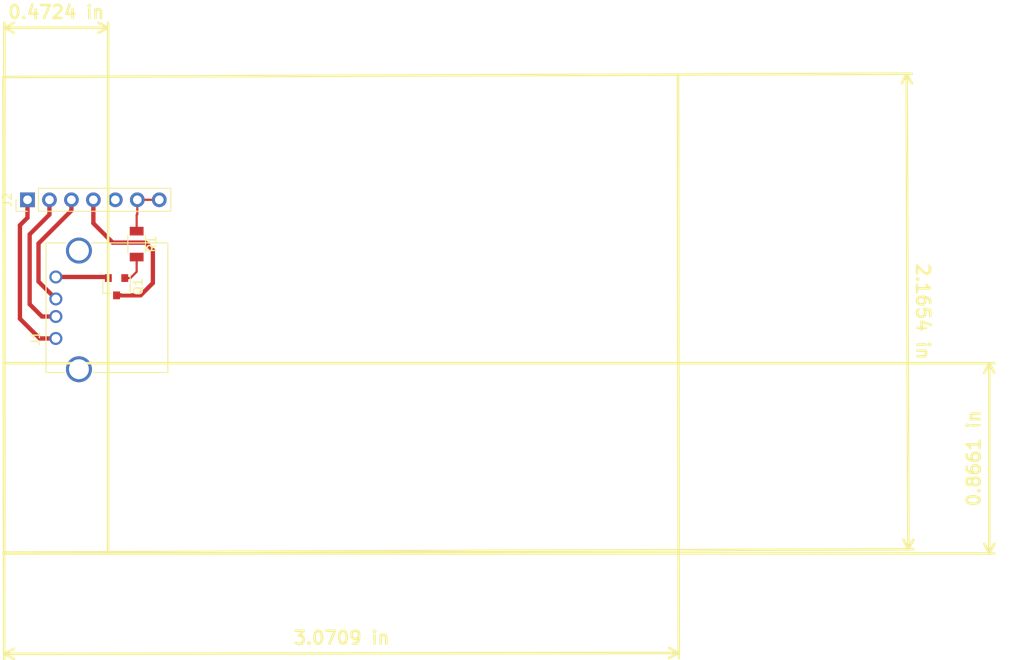
<source format=kicad_pcb>
(kicad_pcb (version 20170123) (host pcbnew "(2017-06-02 revision ac9a64a)-master")

  (general
    (links 10)
    (no_connects 4)
    (area 28.2875 39.2 150.37143 117.004119)
    (thickness 1.6)
    (drawings 4)
    (tracks 34)
    (zones 0)
    (modules 4)
    (nets 9)
  )

  (page A4)
  (layers
    (0 F.Cu signal)
    (31 B.Cu signal)
    (32 B.Adhes user)
    (33 F.Adhes user)
    (34 B.Paste user)
    (35 F.Paste user)
    (36 B.SilkS user)
    (37 F.SilkS user)
    (38 B.Mask user)
    (39 F.Mask user)
    (40 Dwgs.User user)
    (41 Cmts.User user)
    (42 Eco1.User user)
    (43 Eco2.User user)
    (44 Edge.Cuts user)
    (45 Margin user)
    (46 B.CrtYd user)
    (47 F.CrtYd user)
    (48 B.Fab user)
    (49 F.Fab user)
  )

  (setup
    (last_trace_width 0.25)
    (trace_clearance 0.2)
    (zone_clearance 0.508)
    (zone_45_only no)
    (trace_min 0.2)
    (segment_width 0.2)
    (edge_width 0.15)
    (via_size 0.8)
    (via_drill 0.4)
    (via_min_size 0.4)
    (via_min_drill 0.3)
    (uvia_size 0.3)
    (uvia_drill 0.1)
    (uvias_allowed no)
    (uvia_min_size 0.2)
    (uvia_min_drill 0.1)
    (pcb_text_width 0.3)
    (pcb_text_size 1.5 1.5)
    (mod_edge_width 0.15)
    (mod_text_size 1 1)
    (mod_text_width 0.15)
    (pad_size 1.524 1.524)
    (pad_drill 0.762)
    (pad_to_mask_clearance 0.2)
    (aux_axis_origin 0 0)
    (visible_elements FFFFFF7F)
    (pcbplotparams
      (layerselection 0x00030_ffffffff)
      (usegerberextensions false)
      (excludeedgelayer true)
      (linewidth 0.100000)
      (plotframeref false)
      (viasonmask false)
      (mode 1)
      (useauxorigin false)
      (hpglpennumber 1)
      (hpglpenspeed 20)
      (hpglpendiameter 15)
      (psnegative false)
      (psa4output false)
      (plotreference true)
      (plotvalue true)
      (plotinvisibletext false)
      (padsonsilk false)
      (subtractmaskfromsilk false)
      (outputformat 1)
      (mirror false)
      (drillshape 1)
      (scaleselection 1)
      (outputdirectory ""))
  )

  (net 0 "")
  (net 1 GND)
  (net 2 "Net-(J1-Pad4)")
  (net 3 "Net-(J1-Pad3)")
  (net 4 "Net-(J1-Pad2)")
  (net 5 "Net-(J1-Pad1)")
  (net 6 "Net-(J2-Pad4)")
  (net 7 "Net-(Q1-Pad1)")
  (net 8 "Net-(J2-Pad6)")

  (net_class Default "Это класс цепей по умолчанию."
    (clearance 0.2)
    (trace_width 0.25)
    (via_dia 0.8)
    (via_drill 0.4)
    (uvia_dia 0.3)
    (uvia_drill 0.1)
    (add_net "Net-(J2-Pad6)")
    (add_net "Net-(Q1-Pad1)")
  )

  (net_class My ""
    (clearance 0.2)
    (trace_width 0.5)
    (via_dia 0.8)
    (via_drill 0.4)
    (uvia_dia 0.3)
    (uvia_drill 0.1)
    (diff_pair_gap 0.45)
    (diff_pair_width 0.4)
    (add_net GND)
    (add_net "Net-(J1-Pad1)")
    (add_net "Net-(J1-Pad2)")
    (add_net "Net-(J1-Pad3)")
    (add_net "Net-(J1-Pad4)")
    (add_net "Net-(J2-Pad4)")
  )

  (module Pin_Headers:Pin_Header_Straight_1x07_Pitch2.54mm (layer F.Cu) (tedit 59650532) (tstamp 5976028C)
    (at 31.575 61.8 90)
    (descr "Through hole straight pin header, 1x07, 2.54mm pitch, single row")
    (tags "Through hole pin header THT 1x07 2.54mm single row")
    (path /5974A9A4)
    (fp_text reference J2 (at 0 -2.33 90) (layer F.SilkS)
      (effects (font (size 1 1) (thickness 0.15)))
    )
    (fp_text value CONN_01X07 (at 0 17.57 90) (layer F.Fab)
      (effects (font (size 1 1) (thickness 0.15)))
    )
    (fp_text user %R (at 0 7.62 180) (layer F.Fab)
      (effects (font (size 1 1) (thickness 0.15)))
    )
    (fp_line (start 1.8 -1.8) (end -1.8 -1.8) (layer F.CrtYd) (width 0.05))
    (fp_line (start 1.8 17.05) (end 1.8 -1.8) (layer F.CrtYd) (width 0.05))
    (fp_line (start -1.8 17.05) (end 1.8 17.05) (layer F.CrtYd) (width 0.05))
    (fp_line (start -1.8 -1.8) (end -1.8 17.05) (layer F.CrtYd) (width 0.05))
    (fp_line (start -1.33 -1.33) (end 0 -1.33) (layer F.SilkS) (width 0.12))
    (fp_line (start -1.33 0) (end -1.33 -1.33) (layer F.SilkS) (width 0.12))
    (fp_line (start -1.33 1.27) (end 1.33 1.27) (layer F.SilkS) (width 0.12))
    (fp_line (start 1.33 1.27) (end 1.33 16.57) (layer F.SilkS) (width 0.12))
    (fp_line (start -1.33 1.27) (end -1.33 16.57) (layer F.SilkS) (width 0.12))
    (fp_line (start -1.33 16.57) (end 1.33 16.57) (layer F.SilkS) (width 0.12))
    (fp_line (start -1.27 -0.635) (end -0.635 -1.27) (layer F.Fab) (width 0.1))
    (fp_line (start -1.27 16.51) (end -1.27 -0.635) (layer F.Fab) (width 0.1))
    (fp_line (start 1.27 16.51) (end -1.27 16.51) (layer F.Fab) (width 0.1))
    (fp_line (start 1.27 -1.27) (end 1.27 16.51) (layer F.Fab) (width 0.1))
    (fp_line (start -0.635 -1.27) (end 1.27 -1.27) (layer F.Fab) (width 0.1))
    (pad 7 thru_hole oval (at 0 15.24 90) (size 1.7 1.7) (drill 1) (layers *.Cu *.Mask)
      (net 8 "Net-(J2-Pad6)"))
    (pad 6 thru_hole oval (at 0 12.7 90) (size 1.7 1.7) (drill 1) (layers *.Cu *.Mask)
      (net 8 "Net-(J2-Pad6)"))
    (pad 5 thru_hole oval (at 0 10.16 90) (size 1.7 1.7) (drill 1) (layers *.Cu *.Mask)
      (net 1 GND))
    (pad 4 thru_hole oval (at 0 7.62 90) (size 1.7 1.7) (drill 1) (layers *.Cu *.Mask)
      (net 6 "Net-(J2-Pad4)"))
    (pad 3 thru_hole oval (at 0 5.08 90) (size 1.7 1.7) (drill 1) (layers *.Cu *.Mask)
      (net 3 "Net-(J1-Pad3)"))
    (pad 2 thru_hole oval (at 0 2.54 90) (size 1.7 1.7) (drill 1) (layers *.Cu *.Mask)
      (net 4 "Net-(J1-Pad2)"))
    (pad 1 thru_hole rect (at 0 0 90) (size 1.7 1.7) (drill 1) (layers *.Cu *.Mask)
      (net 5 "Net-(J1-Pad1)"))
    (model ${KISYS3DMOD}/Pin_Headers.3dshapes/Pin_Header_Straight_1x07_Pitch2.54mm.wrl
      (at (xyz 0 0 0))
      (scale (xyz 1 1 1))
      (rotate (xyz 0 0 0))
    )
  )

  (module Connectors:USB_A (layer F.Cu) (tedit 5543E289) (tstamp 59570F32)
    (at 34.855 77.835 90)
    (descr "USB A connector")
    (tags "USB USB_A")
    (path /5956A8B2)
    (fp_text reference J1 (at 0 -2.35 90) (layer F.SilkS)
      (effects (font (size 1 1) (thickness 0.15)))
    )
    (fp_text value USB_A (at -6.54 3.17 180) (layer F.Fab)
      (effects (font (size 1 1) (thickness 0.15)))
    )
    (fp_line (start -3.94 4.35) (end -3.94 12.95) (layer F.SilkS) (width 0.12))
    (fp_line (start 11.05 4.15) (end 11.05 12.95) (layer F.SilkS) (width 0.12))
    (fp_line (start 11.05 12.95) (end -3.94 12.95) (layer F.SilkS) (width 0.12))
    (fp_line (start 11.05 -1.14) (end -3.94 -1.14) (layer F.SilkS) (width 0.12))
    (fp_line (start -3.94 -1.14) (end -3.94 0.98) (layer F.SilkS) (width 0.12))
    (fp_line (start 11.05 -1.14) (end 11.05 1.19) (layer F.SilkS) (width 0.12))
    (fp_line (start -5.3 -1.4) (end 11.95 -1.4) (layer F.CrtYd) (width 0.05))
    (fp_line (start -5.3 13.2) (end 11.95 13.2) (layer F.CrtYd) (width 0.05))
    (fp_line (start 11.95 -1.4) (end 11.95 13.2) (layer F.CrtYd) (width 0.05))
    (fp_line (start -5.3 13.2) (end -5.3 -1.4) (layer F.CrtYd) (width 0.05))
    (pad 5 thru_hole circle (at -3.56 2.67) (size 3 3) (drill 2.3) (layers *.Cu *.Mask)
      (net 1 GND))
    (pad 5 thru_hole circle (at 10.16 2.67) (size 3 3) (drill 2.3) (layers *.Cu *.Mask)
      (net 1 GND))
    (pad 1 thru_hole circle (at 0 0) (size 1.5 1.5) (drill 1) (layers *.Cu *.Mask)
      (net 5 "Net-(J1-Pad1)"))
    (pad 2 thru_hole circle (at 2.54 0) (size 1.5 1.5) (drill 1) (layers *.Cu *.Mask)
      (net 4 "Net-(J1-Pad2)"))
    (pad 3 thru_hole circle (at 4.57 0) (size 1.5 1.5) (drill 1) (layers *.Cu *.Mask)
      (net 3 "Net-(J1-Pad3)"))
    (pad 4 thru_hole circle (at 7.11 0) (size 1.5 1.5) (drill 1) (layers *.Cu *.Mask)
      (net 2 "Net-(J1-Pad4)"))
    (model Connectors.3dshapes/USB_A.wrl
      (at (xyz 0.14 0 0))
      (scale (xyz 1 1 1))
      (rotate (xyz 0 0 90))
    )
  )

  (module Capacitors_SMD:C_1206 (layer F.Cu) (tedit 58AA84B8) (tstamp 59759439)
    (at 44.2 66.925 270)
    (descr "Capacitor SMD 1206, reflow soldering, AVX (see smccp.pdf)")
    (tags "capacitor 1206")
    (path /59748F17)
    (attr smd)
    (fp_text reference R1 (at 0 -1.75 270) (layer F.SilkS)
      (effects (font (size 1 1) (thickness 0.15)))
    )
    (fp_text value R (at 0 2 270) (layer F.Fab)
      (effects (font (size 1 1) (thickness 0.15)))
    )
    (fp_line (start 2.25 1.05) (end -2.25 1.05) (layer F.CrtYd) (width 0.05))
    (fp_line (start 2.25 1.05) (end 2.25 -1.05) (layer F.CrtYd) (width 0.05))
    (fp_line (start -2.25 -1.05) (end -2.25 1.05) (layer F.CrtYd) (width 0.05))
    (fp_line (start -2.25 -1.05) (end 2.25 -1.05) (layer F.CrtYd) (width 0.05))
    (fp_line (start -1 1.02) (end 1 1.02) (layer F.SilkS) (width 0.12))
    (fp_line (start 1 -1.02) (end -1 -1.02) (layer F.SilkS) (width 0.12))
    (fp_line (start -1.6 -0.8) (end 1.6 -0.8) (layer F.Fab) (width 0.1))
    (fp_line (start 1.6 -0.8) (end 1.6 0.8) (layer F.Fab) (width 0.1))
    (fp_line (start 1.6 0.8) (end -1.6 0.8) (layer F.Fab) (width 0.1))
    (fp_line (start -1.6 0.8) (end -1.6 -0.8) (layer F.Fab) (width 0.1))
    (fp_text user %R (at 0 -1.75 270) (layer F.Fab)
      (effects (font (size 1 1) (thickness 0.15)))
    )
    (pad 2 smd rect (at 1.5 0 270) (size 1 1.6) (layers F.Cu F.Paste F.Mask)
      (net 7 "Net-(Q1-Pad1)"))
    (pad 1 smd rect (at -1.5 0 270) (size 1 1.6) (layers F.Cu F.Paste F.Mask)
      (net 8 "Net-(J2-Pad6)"))
    (model Capacitors_SMD.3dshapes/C_1206.wrl
      (at (xyz 0 0 0))
      (scale (xyz 1 1 1))
      (rotate (xyz 0 0 0))
    )
  )

  (module TO_SOT_Packages_SMD:SOT-23 (layer F.Cu) (tedit 5974A488) (tstamp 5975938E)
    (at 41.875 71.85 270)
    (descr "SOT-23, Standard")
    (tags SOT-23)
    (path /59748C8E)
    (attr smd)
    (fp_text reference Q1 (at 0 -2.5 270) (layer F.SilkS)
      (effects (font (size 1 1) (thickness 0.15)))
    )
    (fp_text value irlml6344 (at 3.275 -1) (layer F.Fab)
      (effects (font (size 1 1) (thickness 0.15)))
    )
    (fp_line (start 0.76 1.58) (end -0.7 1.58) (layer F.SilkS) (width 0.12))
    (fp_line (start 0.76 -1.58) (end -1.4 -1.58) (layer F.SilkS) (width 0.12))
    (fp_line (start -1.7 1.75) (end -1.7 -1.75) (layer F.CrtYd) (width 0.05))
    (fp_line (start 1.7 1.75) (end -1.7 1.75) (layer F.CrtYd) (width 0.05))
    (fp_line (start 1.7 -1.75) (end 1.7 1.75) (layer F.CrtYd) (width 0.05))
    (fp_line (start -1.7 -1.75) (end 1.7 -1.75) (layer F.CrtYd) (width 0.05))
    (fp_line (start 0.76 -1.58) (end 0.76 -0.65) (layer F.SilkS) (width 0.12))
    (fp_line (start 0.76 1.58) (end 0.76 0.65) (layer F.SilkS) (width 0.12))
    (fp_line (start -0.7 1.52) (end 0.7 1.52) (layer F.Fab) (width 0.1))
    (fp_line (start 0.7 -1.52) (end 0.7 1.52) (layer F.Fab) (width 0.1))
    (fp_line (start -0.7 -0.95) (end -0.15 -1.52) (layer F.Fab) (width 0.1))
    (fp_line (start -0.15 -1.52) (end 0.7 -1.52) (layer F.Fab) (width 0.1))
    (fp_line (start -0.7 -0.95) (end -0.7 1.5) (layer F.Fab) (width 0.1))
    (fp_text user %R (at 0 0) (layer F.Fab)
      (effects (font (size 0.5 0.5) (thickness 0.075)))
    )
    (pad 3 smd rect (at 1 0 270) (size 0.9 0.8) (layers F.Cu F.Paste F.Mask)
      (net 6 "Net-(J2-Pad4)"))
    (pad 2 smd rect (at -1 0.95 270) (size 0.9 0.8) (layers F.Cu F.Paste F.Mask)
      (net 2 "Net-(J1-Pad4)"))
    (pad 1 smd rect (at -1 -0.95 270) (size 0.9 0.8) (layers F.Cu F.Paste F.Mask)
      (net 7 "Net-(Q1-Pad1)"))
    (model ${KISYS3DMOD}/TO_SOT_Packages_SMD.3dshapes/SOT-23.wrl
      (at (xyz 0 0 0))
      (scale (xyz 1 1 1))
      (rotate (xyz 0 0 0))
    )
  )

  (dimension 22 (width 0.3) (layer F.SilkS)
    (gr_text "22,000 мм" (at 144.15 91.7 90) (layer F.SilkS) (tstamp 5976057D)
      (effects (font (size 1.5 1.5) (thickness 0.3)))
    )
    (feature1 (pts (xy 28.8 80.7) (xy 145.5 80.7)))
    (feature2 (pts (xy 28.8 102.7) (xy 145.5 102.7)))
    (crossbar (pts (xy 142.8 102.7) (xy 142.8 80.7)))
    (arrow1a (pts (xy 142.8 80.7) (xy 143.386421 81.826504)))
    (arrow1b (pts (xy 142.8 80.7) (xy 142.213579 81.826504)))
    (arrow2a (pts (xy 142.8 102.7) (xy 143.386421 101.573496)))
    (arrow2b (pts (xy 142.8 102.7) (xy 142.213579 101.573496)))
  )
  (dimension 12 (width 0.3) (layer F.SilkS)
    (gr_text "12,000 мм" (at 34.9 40.55) (layer F.SilkS) (tstamp 59760484)
      (effects (font (size 1.5 1.5) (thickness 0.3)))
    )
    (feature1 (pts (xy 40.9 102.7) (xy 40.9 39.2)))
    (feature2 (pts (xy 28.9 102.7) (xy 28.9 39.2)))
    (crossbar (pts (xy 28.9 41.9) (xy 40.9 41.9)))
    (arrow1a (pts (xy 40.9 41.9) (xy 39.773496 42.486421)))
    (arrow1b (pts (xy 40.9 41.9) (xy 39.773496 41.313579)))
    (arrow2a (pts (xy 28.9 41.9) (xy 30.026504 42.486421)))
    (arrow2b (pts (xy 28.9 41.9) (xy 30.026504 41.313579)))
  )
  (dimension 55.000364 (width 0.3) (layer F.SilkS)
    (gr_text "55,000 мм" (at 134.692245 74.715301 270.2083474) (layer F.SilkS) (tstamp 5976047E)
      (effects (font (size 1.5 1.5) (thickness 0.3)))
    )
    (feature1 (pts (xy 29 102.6) (xy 136.142236 102.210392)))
    (feature2 (pts (xy 28.8 47.6) (xy 135.942236 47.210392)))
    (crossbar (pts (xy 133.242254 47.22021) (xy 133.442254 102.22021)))
    (arrow1a (pts (xy 133.442254 102.22021) (xy 132.851741 101.095846)))
    (arrow1b (pts (xy 133.442254 102.22021) (xy 134.024575 101.091581)))
    (arrow2a (pts (xy 133.242254 47.22021) (xy 132.659933 48.348839)))
    (arrow2b (pts (xy 133.242254 47.22021) (xy 133.832767 48.344574)))
  )
  (dimension 78.000064 (width 0.3) (layer F.SilkS)
    (gr_text "78,000 мм" (at 67.887249 115.604119 0.07345608734) (layer F.SilkS) (tstamp 59760478)
      (effects (font (size 1.5 1.5) (thickness 0.3)))
    )
    (feature1 (pts (xy 106.8 47.5) (xy 106.88898 116.904118)))
    (feature2 (pts (xy 28.8 47.6) (xy 28.88898 117.004118)))
    (crossbar (pts (xy 28.885518 114.30412) (xy 106.885518 114.20412)))
    (arrow1a (pts (xy 106.885518 114.20412) (xy 105.759767 114.791984)))
    (arrow1b (pts (xy 106.885518 114.20412) (xy 105.758263 113.619144)))
    (arrow2a (pts (xy 28.885518 114.30412) (xy 30.012773 114.889096)))
    (arrow2b (pts (xy 28.885518 114.30412) (xy 30.011269 113.716256)))
  )

  (segment (start 34.855 70.725) (end 40.8 70.725) (width 0.5) (layer F.Cu) (net 2))
  (segment (start 40.8 70.725) (end 40.925 70.85) (width 0.5) (layer F.Cu) (net 2))
  (segment (start 32.85 66.85) (end 36.655 63.045) (width 0.5) (layer F.Cu) (net 3))
  (segment (start 36.655 63.045) (end 36.655 61.8) (width 0.5) (layer F.Cu) (net 3))
  (segment (start 34.855 73.265) (end 32.85 71.26) (width 0.5) (layer F.Cu) (net 3))
  (segment (start 32.85 71.26) (end 32.85 66.85) (width 0.5) (layer F.Cu) (net 3))
  (segment (start 31.825 65.8) (end 34.115 63.51) (width 0.5) (layer F.Cu) (net 4))
  (segment (start 34.115 63.51) (end 34.115 61.8) (width 0.5) (layer F.Cu) (net 4))
  (segment (start 34.855 75.295) (end 33.245 75.295) (width 0.5) (layer F.Cu) (net 4))
  (segment (start 33.245 75.295) (end 31.825 73.875) (width 0.5) (layer F.Cu) (net 4))
  (segment (start 31.825 73.875) (end 31.825 65.8) (width 0.5) (layer F.Cu) (net 4))
  (segment (start 30.7 64.75) (end 31.575 63.875) (width 0.5) (layer F.Cu) (net 5))
  (segment (start 31.575 63.875) (end 31.575 61.8) (width 0.5) (layer F.Cu) (net 5))
  (segment (start 34.855 77.835) (end 32.985 77.835) (width 0.5) (layer F.Cu) (net 5))
  (segment (start 32.985 77.835) (end 30.7 75.55) (width 0.5) (layer F.Cu) (net 5))
  (segment (start 30.7 75.55) (end 30.7 64.75) (width 0.5) (layer F.Cu) (net 5))
  (segment (start 41.875 72.85) (end 44.65 72.85) (width 0.5) (layer F.Cu) (net 6))
  (segment (start 44.65 72.85) (end 46.075 71.425) (width 0.5) (layer F.Cu) (net 6))
  (segment (start 46.075 71.425) (end 46.075 67.625) (width 0.5) (layer F.Cu) (net 6))
  (segment (start 46.075 67.625) (end 45.2 66.75) (width 0.5) (layer F.Cu) (net 6))
  (segment (start 45.2 66.75) (end 41.425 66.75) (width 0.5) (layer F.Cu) (net 6))
  (segment (start 41.425 66.75) (end 39.195 64.52) (width 0.5) (layer F.Cu) (net 6))
  (segment (start 39.195 64.52) (end 39.195 63.002081) (width 0.5) (layer F.Cu) (net 6))
  (segment (start 39.195 63.002081) (end 39.195 61.8) (width 0.5) (layer F.Cu) (net 6))
  (segment (start 42.825 70.85) (end 43.475 70.85) (width 0.25) (layer F.Cu) (net 7))
  (segment (start 43.475 70.85) (end 44.2 70.125) (width 0.25) (layer F.Cu) (net 7))
  (segment (start 44.2 70.125) (end 44.2 69.175) (width 0.25) (layer F.Cu) (net 7))
  (segment (start 44.2 69.175) (end 44.2 68.425) (width 0.25) (layer F.Cu) (net 7))
  (segment (start 44.275 61.8) (end 45.477081 61.8) (width 0.25) (layer F.Cu) (net 8))
  (segment (start 45.477081 61.8) (end 46.815 61.8) (width 0.25) (layer F.Cu) (net 8))
  (segment (start 44.2 63.55) (end 44.275 63.475) (width 0.25) (layer F.Cu) (net 8))
  (segment (start 44.275 63.475) (end 44.275 61.8) (width 0.25) (layer F.Cu) (net 8))
  (segment (start 44.2 65.425) (end 44.2 63.55) (width 0.25) (layer F.Cu) (net 8))
  (segment (start 44.2 65.425) (end 44.5 65.425) (width 0.25) (layer F.Cu) (net 8))

  (zone (net 1) (net_name GND) (layer F.Cu) (tstamp 0) (hatch edge 0.508)
    (connect_pads (clearance 0.508))
    (min_thickness 0.254)
    (fill (arc_segments 16) (thermal_gap 0.508) (thermal_bridge_width 0.508))
    (polygon
      (pts
        (xy 106.7 47.2) (xy 28.9 47.2) (xy 28.9 90.8) (xy 40.9 90.8) (xy 40.9 102.7)
        (xy 106.8 102.7) (xy 106.8 47.2) (xy 106.5 47.2)
      )
    )
  )
)

</source>
